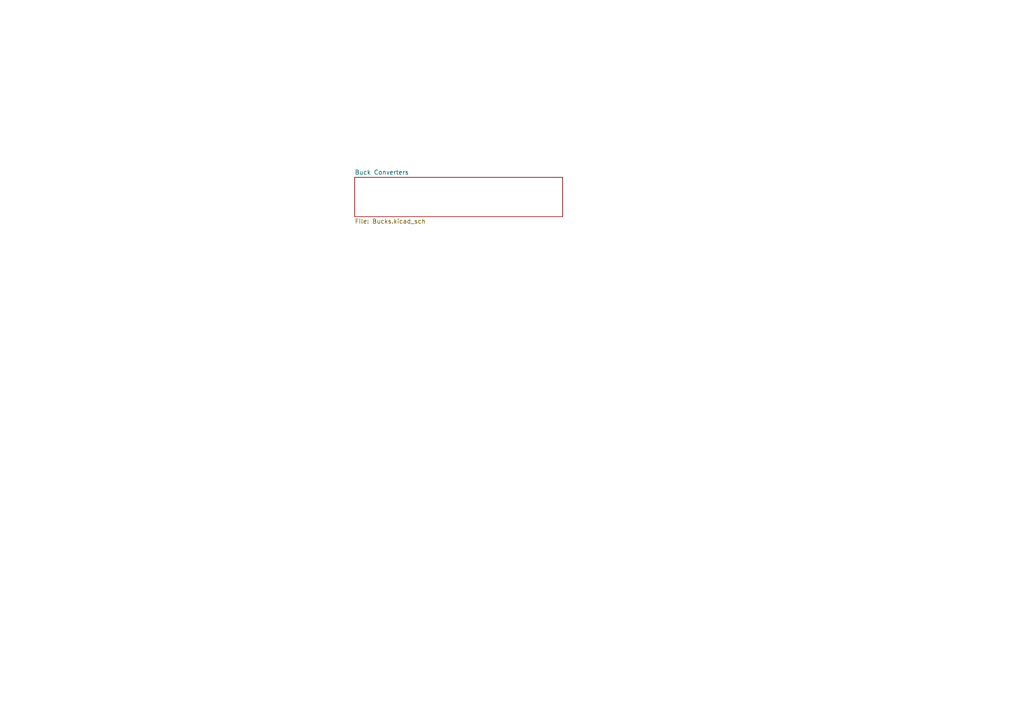
<source format=kicad_sch>
(kicad_sch
	(version 20250114)
	(generator "eeschema")
	(generator_version "9.0")
	(uuid "c180a1e0-4de3-4e3b-991a-1ecac9d97f71")
	(paper "A4")
	(lib_symbols)
	(sheet
		(at 102.87 51.435)
		(size 60.325 11.43)
		(exclude_from_sim no)
		(in_bom yes)
		(on_board yes)
		(dnp no)
		(fields_autoplaced yes)
		(stroke
			(width 0.1524)
			(type solid)
		)
		(fill
			(color 0 0 0 0.0000)
		)
		(uuid "83ba1e49-760f-4968-9bbd-ff2e6c9ab433")
		(property "Sheetname" "Buck Converters"
			(at 102.87 50.7234 0)
			(effects
				(font
					(size 1.27 1.27)
				)
				(justify left bottom)
			)
		)
		(property "Sheetfile" "Bucks.kicad_sch"
			(at 102.87 63.4496 0)
			(effects
				(font
					(size 1.27 1.27)
				)
				(justify left top)
			)
		)
		(instances
			(project "VCU_v1"
				(path "/4ee6c2ad-9a1b-4276-b3cf-1cc8dc52967e/9e4b5f8d-93dc-46d5-aa92-d0e0d2e07b3d"
					(page "3")
				)
			)
		)
	)
)

</source>
